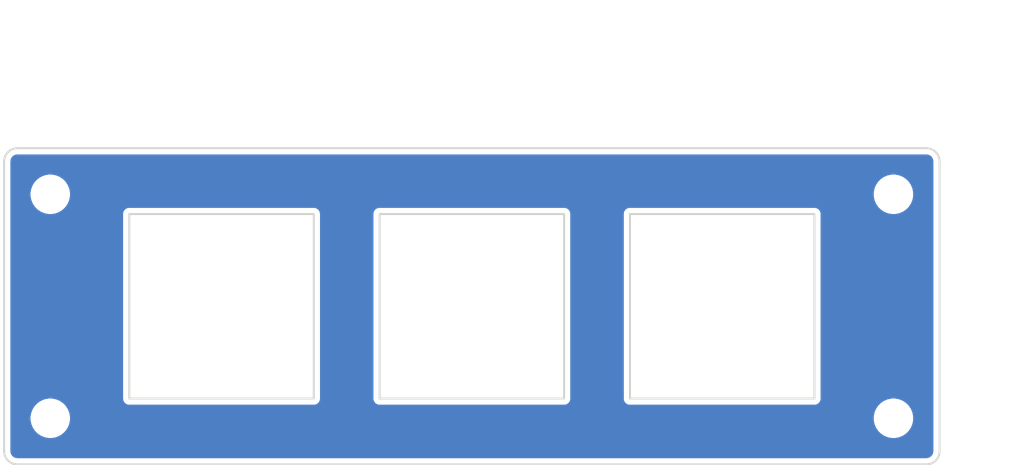
<source format=kicad_pcb>
(kicad_pcb (version 20171130) (host pcbnew "(5.1.0)-1")

  (general
    (thickness 1.6)
    (drawings 40)
    (tracks 0)
    (zones 0)
    (modules 4)
    (nets 1)
  )

  (page A4)
  (layers
    (0 F.Cu signal)
    (31 B.Cu signal)
    (32 B.Adhes user)
    (33 F.Adhes user)
    (34 B.Paste user)
    (35 F.Paste user)
    (36 B.SilkS user)
    (37 F.SilkS user)
    (38 B.Mask user)
    (39 F.Mask user)
    (40 Dwgs.User user)
    (41 Cmts.User user)
    (42 Eco1.User user)
    (43 Eco2.User user)
    (44 Edge.Cuts user)
    (45 Margin user)
    (46 B.CrtYd user)
    (47 F.CrtYd user)
    (48 B.Fab user)
    (49 F.Fab user)
  )

  (setup
    (last_trace_width 0.3)
    (user_trace_width 0.6)
    (user_trace_width 1)
    (trace_clearance 0.2)
    (zone_clearance 0.4)
    (zone_45_only no)
    (trace_min 0.2)
    (via_size 1)
    (via_drill 0.6)
    (via_min_size 0.4)
    (via_min_drill 0.3)
    (user_via 0.8 0.6)
    (user_via 1.2 0.8)
    (uvia_size 0.3)
    (uvia_drill 0.1)
    (uvias_allowed no)
    (uvia_min_size 0.2)
    (uvia_min_drill 0.1)
    (edge_width 0.15)
    (segment_width 0.2)
    (pcb_text_width 0.15)
    (pcb_text_size 1 1)
    (mod_edge_width 0.15)
    (mod_text_size 1 1)
    (mod_text_width 0.15)
    (pad_size 1.524 1.524)
    (pad_drill 0.762)
    (pad_to_mask_clearance 0.2)
    (solder_mask_min_width 0.25)
    (aux_axis_origin 33.5 38)
    (grid_origin 101 50)
    (visible_elements 7FFDFFFF)
    (pcbplotparams
      (layerselection 0x01100_7ffffffe)
      (usegerberextensions false)
      (usegerberattributes false)
      (usegerberadvancedattributes false)
      (creategerberjobfile false)
      (excludeedgelayer true)
      (linewidth 0.100000)
      (plotframeref false)
      (viasonmask false)
      (mode 1)
      (useauxorigin true)
      (hpglpennumber 1)
      (hpglpenspeed 20)
      (hpglpendiameter 15.000000)
      (psnegative false)
      (psa4output false)
      (plotreference true)
      (plotvalue true)
      (plotinvisibletext false)
      (padsonsilk false)
      (subtractmaskfromsilk false)
      (outputformat 3)
      (mirror false)
      (drillshape 0)
      (scaleselection 1)
      (outputdirectory "dxf/"))
  )

  (net 0 "")

  (net_class Default "これはデフォルトのネット クラスです。"
    (clearance 0.2)
    (trace_width 0.3)
    (via_dia 1)
    (via_drill 0.6)
    (uvia_dia 0.3)
    (uvia_drill 0.1)
  )

  (module Mounting_Holes:MountingHole_2.2mm_M2 (layer F.Cu) (tedit 56D1B4CB) (tstamp 5D5E11B3)
    (at 101 41.5)
    (descr "Mounting Hole 2.2mm, no annular, M2")
    (tags "mounting hole 2.2mm no annular m2")
    (attr virtual)
    (fp_text reference REF** (at 0 -3.2) (layer F.SilkS) hide
      (effects (font (size 1 1) (thickness 0.15)))
    )
    (fp_text value MountingHole_2.2mm_M2 (at 0 3.2) (layer F.Fab)
      (effects (font (size 1 1) (thickness 0.15)))
    )
    (fp_circle (center 0 0) (end 2.45 0) (layer F.CrtYd) (width 0.05))
    (fp_circle (center 0 0) (end 2.2 0) (layer Cmts.User) (width 0.15))
    (fp_text user %R (at 0.3 0) (layer F.Fab)
      (effects (font (size 1 1) (thickness 0.15)))
    )
    (pad 1 np_thru_hole circle (at 0 0) (size 2.2 2.2) (drill 2.2) (layers *.Cu *.Mask))
  )

  (module Mounting_Holes:MountingHole_2.2mm_M2 (layer F.Cu) (tedit 56D1B4CB) (tstamp 5D5E11A5)
    (at 101 58.5)
    (descr "Mounting Hole 2.2mm, no annular, M2")
    (tags "mounting hole 2.2mm no annular m2")
    (attr virtual)
    (fp_text reference REF** (at 0 -3.2) (layer F.SilkS) hide
      (effects (font (size 1 1) (thickness 0.15)))
    )
    (fp_text value MountingHole_2.2mm_M2 (at 0 3.2) (layer F.Fab)
      (effects (font (size 1 1) (thickness 0.15)))
    )
    (fp_text user %R (at 0.3 0) (layer F.Fab)
      (effects (font (size 1 1) (thickness 0.15)))
    )
    (fp_circle (center 0 0) (end 2.2 0) (layer Cmts.User) (width 0.15))
    (fp_circle (center 0 0) (end 2.45 0) (layer F.CrtYd) (width 0.05))
    (pad 1 np_thru_hole circle (at 0 0) (size 2.2 2.2) (drill 2.2) (layers *.Cu *.Mask))
  )

  (module Mounting_Holes:MountingHole_2.2mm_M2 (layer F.Cu) (tedit 56D1B4CB) (tstamp 5D5E1197)
    (at 37 58.5)
    (descr "Mounting Hole 2.2mm, no annular, M2")
    (tags "mounting hole 2.2mm no annular m2")
    (attr virtual)
    (fp_text reference REF** (at 0 -3.2) (layer F.SilkS) hide
      (effects (font (size 1 1) (thickness 0.15)))
    )
    (fp_text value MountingHole_2.2mm_M2 (at 0 3.2) (layer F.Fab)
      (effects (font (size 1 1) (thickness 0.15)))
    )
    (fp_circle (center 0 0) (end 2.45 0) (layer F.CrtYd) (width 0.05))
    (fp_circle (center 0 0) (end 2.2 0) (layer Cmts.User) (width 0.15))
    (fp_text user %R (at 0.3 0) (layer F.Fab)
      (effects (font (size 1 1) (thickness 0.15)))
    )
    (pad 1 np_thru_hole circle (at 0 0) (size 2.2 2.2) (drill 2.2) (layers *.Cu *.Mask))
  )

  (module Mounting_Holes:MountingHole_2.2mm_M2 (layer F.Cu) (tedit 56D1B4CB) (tstamp 5D5E1176)
    (at 37 41.5)
    (descr "Mounting Hole 2.2mm, no annular, M2")
    (tags "mounting hole 2.2mm no annular m2")
    (attr virtual)
    (fp_text reference REF** (at 0 -3.2) (layer F.SilkS) hide
      (effects (font (size 1 1) (thickness 0.15)))
    )
    (fp_text value MountingHole_2.2mm_M2 (at 0 3.2) (layer F.Fab)
      (effects (font (size 1 1) (thickness 0.15)))
    )
    (fp_text user %R (at 0.3 0) (layer F.Fab)
      (effects (font (size 1 1) (thickness 0.15)))
    )
    (fp_circle (center 0 0) (end 2.2 0) (layer Cmts.User) (width 0.15))
    (fp_circle (center 0 0) (end 2.45 0) (layer F.CrtYd) (width 0.05))
    (pad 1 np_thru_hole circle (at 0 0) (size 2.2 2.2) (drill 2.2) (layers *.Cu *.Mask))
  )

  (gr_poly (pts (xy 37.65 52.9) (xy 38.35 52.9) (xy 38.35 47.1) (xy 37.65 47.1)) (layer B.Mask) (width 0.1) (tstamp 5D5E173B))
  (gr_poly (pts (xy 35.65 52.9) (xy 36.35 52.9) (xy 36.35 47.1) (xy 35.65 47.1)) (layer B.Mask) (width 0.1) (tstamp 5D5E173A))
  (gr_poly (pts (xy 36.85 52.2) (xy 37.15 52.2) (xy 37.15 47.8) (xy 36.85 47.8)) (layer B.Mask) (width 0.1) (tstamp 5D5E1739))
  (gr_poly (pts (xy 101.65 47.1) (xy 102.35 47.1) (xy 102.35 52.9) (xy 101.65 52.9)) (layer F.Mask) (width 0.1))
  (gr_poly (pts (xy 99.65 47.1) (xy 100.35 47.1) (xy 100.35 52.9) (xy 99.65 52.9)) (layer F.Mask) (width 0.1))
  (gr_poly (pts (xy 100.85 47.8) (xy 101.15 47.8) (xy 101.15 52.2) (xy 100.85 52.2)) (layer F.Mask) (width 0.1))
  (gr_arc (start 34.5 61) (end 33.5 61) (angle -90) (layer Edge.Cuts) (width 0.15))
  (gr_arc (start 103.5 61) (end 103.5 62) (angle -90) (layer Edge.Cuts) (width 0.15))
  (gr_arc (start 103.5 39) (end 104.5 39) (angle -90) (layer Edge.Cuts) (width 0.15))
  (gr_arc (start 34.5 39) (end 34.5 38) (angle -90) (layer Edge.Cuts) (width 0.15))
  (gr_line (start 33.5 61) (end 33.5 39) (layer Edge.Cuts) (width 0.15))
  (gr_line (start 103.5 62) (end 34.5 62) (layer Edge.Cuts) (width 0.15))
  (gr_line (start 104.5 39) (end 104.5 61) (layer Edge.Cuts) (width 0.15))
  (gr_line (start 34.5 38) (end 103.5 38) (layer Edge.Cuts) (width 0.15))
  (gr_line (start 81 57) (end 81 43) (layer Edge.Cuts) (width 0.15) (tstamp 5D5E0E36))
  (gr_line (start 81 43) (end 95 43) (layer Edge.Cuts) (width 0.15) (tstamp 5D5E0E35))
  (gr_line (start 95 57) (end 81 57) (layer Edge.Cuts) (width 0.15) (tstamp 5D5E0E34))
  (gr_line (start 95 43) (end 95 57) (layer Edge.Cuts) (width 0.15) (tstamp 5D5E0E33))
  (gr_line (start 62 43) (end 76 43) (layer Edge.Cuts) (width 0.15) (tstamp 5D5E0E2A))
  (gr_line (start 62 57) (end 62 43) (layer Edge.Cuts) (width 0.15) (tstamp 5D5E0E29))
  (gr_line (start 76 57) (end 62 57) (layer Edge.Cuts) (width 0.15) (tstamp 5D5E0E28))
  (gr_line (start 76 43) (end 76 57) (layer Edge.Cuts) (width 0.15) (tstamp 5D5E0E27))
  (gr_line (start 43 57) (end 43 43) (layer Edge.Cuts) (width 0.15) (tstamp 5D5E0E12))
  (gr_line (start 57 57) (end 43 57) (layer Edge.Cuts) (width 0.15))
  (gr_line (start 57 43) (end 57 57) (layer Edge.Cuts) (width 0.15))
  (gr_line (start 43 43) (end 57 43) (layer Edge.Cuts) (width 0.15))
  (gr_circle (center 81.5 55.5) (end 81.5 57) (layer Dwgs.User) (width 0.15))
  (gr_circle (center 71.5 55.5) (end 71.5 57) (layer Dwgs.User) (width 0.15))
  (dimension 24 (width 0.15) (layer Cmts.User)
    (gr_text "24.000 mm" (at 109.55 50 270) (layer Cmts.User)
      (effects (font (size 1 1) (thickness 0.15)))
    )
    (feature1 (pts (xy 104.5 62) (xy 108.836421 62)))
    (feature2 (pts (xy 104.5 38) (xy 108.836421 38)))
    (crossbar (pts (xy 108.25 38) (xy 108.25 62)))
    (arrow1a (pts (xy 108.25 62) (xy 107.663579 60.873496)))
    (arrow1b (pts (xy 108.25 62) (xy 108.836421 60.873496)))
    (arrow2a (pts (xy 108.25 38) (xy 107.663579 39.126504)))
    (arrow2b (pts (xy 108.25 38) (xy 108.836421 39.126504)))
  )
  (dimension 71 (width 0.15) (layer Cmts.User)
    (gr_text "71.000 mm" (at 69 27.45) (layer Cmts.User)
      (effects (font (size 1 1) (thickness 0.15)))
    )
    (feature1 (pts (xy 104.5 38) (xy 104.5 28.163579)))
    (feature2 (pts (xy 33.5 38) (xy 33.5 28.163579)))
    (crossbar (pts (xy 33.5 28.75) (xy 104.5 28.75)))
    (arrow1a (pts (xy 104.5 28.75) (xy 103.373496 29.336421)))
    (arrow1b (pts (xy 104.5 28.75) (xy 103.373496 28.163579)))
    (arrow2a (pts (xy 33.5 28.75) (xy 34.626504 29.336421)))
    (arrow2b (pts (xy 33.5 28.75) (xy 34.626504 28.163579)))
  )
  (gr_circle (center 101 41.5) (end 102.75 41.5) (layer Dwgs.User) (width 0.15) (tstamp 5D5D7126))
  (gr_circle (center 101 58.5) (end 102.75 58.5) (layer Dwgs.User) (width 0.15) (tstamp 5D5D7121))
  (gr_circle (center 37 58.5) (end 38.75 58.5) (layer Dwgs.User) (width 0.15) (tstamp 5D5D711C))
  (gr_circle (center 37 41.5) (end 38.75 41.5) (layer Dwgs.User) (width 0.15))
  (gr_line (start 33.5 62) (end 33.5 38) (layer Dwgs.User) (width 0.15) (tstamp 5D5D7016))
  (gr_line (start 104.5 62) (end 33.5 62) (layer Dwgs.User) (width 0.15))
  (gr_line (start 104.5 38) (end 104.5 62) (layer Dwgs.User) (width 0.15))
  (gr_line (start 33.5 38) (end 104.5 38) (layer Dwgs.User) (width 0.15))
  (dimension 7 (width 0.15) (layer Cmts.User)
    (gr_text "7.000 mm" (at 101 34.7) (layer Cmts.User)
      (effects (font (size 1 1) (thickness 0.15)))
    )
    (feature1 (pts (xy 104.5 40.5) (xy 104.5 35.413579)))
    (feature2 (pts (xy 97.5 40.5) (xy 97.5 35.413579)))
    (crossbar (pts (xy 97.5 36) (xy 104.5 36)))
    (arrow1a (pts (xy 104.5 36) (xy 103.373496 36.586421)))
    (arrow1b (pts (xy 104.5 36) (xy 103.373496 35.413579)))
    (arrow2a (pts (xy 97.5 36) (xy 98.626504 36.586421)))
    (arrow2b (pts (xy 97.5 36) (xy 98.626504 35.413579)))
  )
  (dimension 7 (width 0.15) (layer Cmts.User)
    (gr_text "7.000 mm" (at 37 33.7) (layer Cmts.User)
      (effects (font (size 1 1) (thickness 0.15)))
    )
    (feature1 (pts (xy 33.5 40.5) (xy 33.5 34.413579)))
    (feature2 (pts (xy 40.5 40.5) (xy 40.5 34.413579)))
    (crossbar (pts (xy 40.5 35) (xy 33.5 35)))
    (arrow1a (pts (xy 33.5 35) (xy 34.626504 34.413579)))
    (arrow1b (pts (xy 33.5 35) (xy 34.626504 35.586421)))
    (arrow2a (pts (xy 40.5 35) (xy 39.373496 34.413579)))
    (arrow2b (pts (xy 40.5 35) (xy 39.373496 35.586421)))
  )

  (zone (net 0) (net_name "") (layer B.Cu) (tstamp 0) (hatch edge 0.508)
    (connect_pads thru_hole_only (clearance 0.4))
    (min_thickness 0.254)
    (fill yes (arc_segments 32) (thermal_gap 0.508) (thermal_bridge_width 0.508))
    (polygon
      (pts
        (xy 33.5 38) (xy 104.5 38) (xy 104.5 62) (xy 33.5 62)
      )
    )
    (filled_polygon
      (pts
        (xy 103.576745 38.612412) (xy 103.650567 38.634701) (xy 103.718651 38.670901) (xy 103.778413 38.719642) (xy 103.827563 38.779054)
        (xy 103.864239 38.846885) (xy 103.887043 38.920554) (xy 103.898 39.024798) (xy 103.898001 60.970546) (xy 103.887588 61.076747)
        (xy 103.865302 61.150562) (xy 103.829098 61.218651) (xy 103.780358 61.278413) (xy 103.720946 61.327563) (xy 103.653115 61.364239)
        (xy 103.579446 61.387043) (xy 103.475202 61.398) (xy 34.529444 61.398) (xy 34.423253 61.387588) (xy 34.349438 61.365302)
        (xy 34.281349 61.329098) (xy 34.221587 61.280358) (xy 34.172437 61.220946) (xy 34.135761 61.153115) (xy 34.112957 61.079446)
        (xy 34.102 60.975202) (xy 34.102 58.339755) (xy 35.373 58.339755) (xy 35.373 58.660245) (xy 35.435525 58.974578)
        (xy 35.558172 59.270673) (xy 35.736227 59.537152) (xy 35.962848 59.763773) (xy 36.229327 59.941828) (xy 36.525422 60.064475)
        (xy 36.839755 60.127) (xy 37.160245 60.127) (xy 37.474578 60.064475) (xy 37.770673 59.941828) (xy 38.037152 59.763773)
        (xy 38.263773 59.537152) (xy 38.441828 59.270673) (xy 38.564475 58.974578) (xy 38.627 58.660245) (xy 38.627 58.339755)
        (xy 99.373 58.339755) (xy 99.373 58.660245) (xy 99.435525 58.974578) (xy 99.558172 59.270673) (xy 99.736227 59.537152)
        (xy 99.962848 59.763773) (xy 100.229327 59.941828) (xy 100.525422 60.064475) (xy 100.839755 60.127) (xy 101.160245 60.127)
        (xy 101.474578 60.064475) (xy 101.770673 59.941828) (xy 102.037152 59.763773) (xy 102.263773 59.537152) (xy 102.441828 59.270673)
        (xy 102.564475 58.974578) (xy 102.627 58.660245) (xy 102.627 58.339755) (xy 102.564475 58.025422) (xy 102.441828 57.729327)
        (xy 102.263773 57.462848) (xy 102.037152 57.236227) (xy 101.770673 57.058172) (xy 101.474578 56.935525) (xy 101.160245 56.873)
        (xy 100.839755 56.873) (xy 100.525422 56.935525) (xy 100.229327 57.058172) (xy 99.962848 57.236227) (xy 99.736227 57.462848)
        (xy 99.558172 57.729327) (xy 99.435525 58.025422) (xy 99.373 58.339755) (xy 38.627 58.339755) (xy 38.564475 58.025422)
        (xy 38.441828 57.729327) (xy 38.263773 57.462848) (xy 38.037152 57.236227) (xy 37.770673 57.058172) (xy 37.474578 56.935525)
        (xy 37.160245 56.873) (xy 36.839755 56.873) (xy 36.525422 56.935525) (xy 36.229327 57.058172) (xy 35.962848 57.236227)
        (xy 35.736227 57.462848) (xy 35.558172 57.729327) (xy 35.435525 58.025422) (xy 35.373 58.339755) (xy 34.102 58.339755)
        (xy 34.102 41.339755) (xy 35.373 41.339755) (xy 35.373 41.660245) (xy 35.435525 41.974578) (xy 35.558172 42.270673)
        (xy 35.736227 42.537152) (xy 35.962848 42.763773) (xy 36.229327 42.941828) (xy 36.525422 43.064475) (xy 36.839755 43.127)
        (xy 37.160245 43.127) (xy 37.474578 43.064475) (xy 37.630233 43) (xy 42.395088 43) (xy 42.398001 43.029577)
        (xy 42.398 56.970433) (xy 42.395088 57) (xy 42.406711 57.118012) (xy 42.441134 57.23149) (xy 42.497034 57.336071)
        (xy 42.572263 57.427737) (xy 42.663929 57.502966) (xy 42.76851 57.558866) (xy 42.881988 57.593289) (xy 43 57.604912)
        (xy 43.029566 57.602) (xy 56.970434 57.602) (xy 57 57.604912) (xy 57.029566 57.602) (xy 57.118012 57.593289)
        (xy 57.23149 57.558866) (xy 57.336071 57.502966) (xy 57.427737 57.427737) (xy 57.502966 57.336071) (xy 57.558866 57.23149)
        (xy 57.593289 57.118012) (xy 57.604912 57) (xy 57.602 56.970434) (xy 57.602 43.029566) (xy 57.604912 43)
        (xy 61.395088 43) (xy 61.398001 43.029577) (xy 61.398 56.970433) (xy 61.395088 57) (xy 61.406711 57.118012)
        (xy 61.441134 57.23149) (xy 61.497034 57.336071) (xy 61.572263 57.427737) (xy 61.663929 57.502966) (xy 61.76851 57.558866)
        (xy 61.881988 57.593289) (xy 62 57.604912) (xy 62.029566 57.602) (xy 75.970434 57.602) (xy 76 57.604912)
        (xy 76.029566 57.602) (xy 76.118012 57.593289) (xy 76.23149 57.558866) (xy 76.336071 57.502966) (xy 76.427737 57.427737)
        (xy 76.502966 57.336071) (xy 76.558866 57.23149) (xy 76.593289 57.118012) (xy 76.604912 57) (xy 76.602 56.970434)
        (xy 76.602 43.029566) (xy 76.604912 43) (xy 80.395088 43) (xy 80.398001 43.029577) (xy 80.398 56.970433)
        (xy 80.395088 57) (xy 80.406711 57.118012) (xy 80.441134 57.23149) (xy 80.497034 57.336071) (xy 80.572263 57.427737)
        (xy 80.663929 57.502966) (xy 80.76851 57.558866) (xy 80.881988 57.593289) (xy 81 57.604912) (xy 81.029566 57.602)
        (xy 94.970434 57.602) (xy 95 57.604912) (xy 95.029566 57.602) (xy 95.118012 57.593289) (xy 95.23149 57.558866)
        (xy 95.336071 57.502966) (xy 95.427737 57.427737) (xy 95.502966 57.336071) (xy 95.558866 57.23149) (xy 95.593289 57.118012)
        (xy 95.604912 57) (xy 95.602 56.970434) (xy 95.602 43.029566) (xy 95.604912 43) (xy 95.593289 42.881988)
        (xy 95.558866 42.76851) (xy 95.502966 42.663929) (xy 95.427737 42.572263) (xy 95.336071 42.497034) (xy 95.23149 42.441134)
        (xy 95.118012 42.406711) (xy 95.029566 42.398) (xy 95 42.395088) (xy 94.970434 42.398) (xy 81.029566 42.398)
        (xy 81 42.395088) (xy 80.970434 42.398) (xy 80.881988 42.406711) (xy 80.76851 42.441134) (xy 80.663929 42.497034)
        (xy 80.572263 42.572263) (xy 80.497034 42.663929) (xy 80.441134 42.76851) (xy 80.406711 42.881988) (xy 80.395088 43)
        (xy 76.604912 43) (xy 76.593289 42.881988) (xy 76.558866 42.76851) (xy 76.502966 42.663929) (xy 76.427737 42.572263)
        (xy 76.336071 42.497034) (xy 76.23149 42.441134) (xy 76.118012 42.406711) (xy 76.029566 42.398) (xy 76 42.395088)
        (xy 75.970434 42.398) (xy 62.029566 42.398) (xy 62 42.395088) (xy 61.970434 42.398) (xy 61.881988 42.406711)
        (xy 61.76851 42.441134) (xy 61.663929 42.497034) (xy 61.572263 42.572263) (xy 61.497034 42.663929) (xy 61.441134 42.76851)
        (xy 61.406711 42.881988) (xy 61.395088 43) (xy 57.604912 43) (xy 57.593289 42.881988) (xy 57.558866 42.76851)
        (xy 57.502966 42.663929) (xy 57.427737 42.572263) (xy 57.336071 42.497034) (xy 57.23149 42.441134) (xy 57.118012 42.406711)
        (xy 57.029566 42.398) (xy 57 42.395088) (xy 56.970434 42.398) (xy 43.029566 42.398) (xy 43 42.395088)
        (xy 42.970434 42.398) (xy 42.881988 42.406711) (xy 42.76851 42.441134) (xy 42.663929 42.497034) (xy 42.572263 42.572263)
        (xy 42.497034 42.663929) (xy 42.441134 42.76851) (xy 42.406711 42.881988) (xy 42.395088 43) (xy 37.630233 43)
        (xy 37.770673 42.941828) (xy 38.037152 42.763773) (xy 38.263773 42.537152) (xy 38.441828 42.270673) (xy 38.564475 41.974578)
        (xy 38.627 41.660245) (xy 38.627 41.339755) (xy 99.373 41.339755) (xy 99.373 41.660245) (xy 99.435525 41.974578)
        (xy 99.558172 42.270673) (xy 99.736227 42.537152) (xy 99.962848 42.763773) (xy 100.229327 42.941828) (xy 100.525422 43.064475)
        (xy 100.839755 43.127) (xy 101.160245 43.127) (xy 101.474578 43.064475) (xy 101.770673 42.941828) (xy 102.037152 42.763773)
        (xy 102.263773 42.537152) (xy 102.441828 42.270673) (xy 102.564475 41.974578) (xy 102.627 41.660245) (xy 102.627 41.339755)
        (xy 102.564475 41.025422) (xy 102.441828 40.729327) (xy 102.263773 40.462848) (xy 102.037152 40.236227) (xy 101.770673 40.058172)
        (xy 101.474578 39.935525) (xy 101.160245 39.873) (xy 100.839755 39.873) (xy 100.525422 39.935525) (xy 100.229327 40.058172)
        (xy 99.962848 40.236227) (xy 99.736227 40.462848) (xy 99.558172 40.729327) (xy 99.435525 41.025422) (xy 99.373 41.339755)
        (xy 38.627 41.339755) (xy 38.564475 41.025422) (xy 38.441828 40.729327) (xy 38.263773 40.462848) (xy 38.037152 40.236227)
        (xy 37.770673 40.058172) (xy 37.474578 39.935525) (xy 37.160245 39.873) (xy 36.839755 39.873) (xy 36.525422 39.935525)
        (xy 36.229327 40.058172) (xy 35.962848 40.236227) (xy 35.736227 40.462848) (xy 35.558172 40.729327) (xy 35.435525 41.025422)
        (xy 35.373 41.339755) (xy 34.102 41.339755) (xy 34.102 39.029444) (xy 34.112412 38.923255) (xy 34.134701 38.849433)
        (xy 34.170901 38.781349) (xy 34.219642 38.721587) (xy 34.279054 38.672437) (xy 34.346885 38.635761) (xy 34.420554 38.612957)
        (xy 34.524798 38.602) (xy 103.470556 38.602)
      )
    )
  )
  (zone (net 0) (net_name "") (layer B.Cu) (tstamp 5D5E5473) (hatch edge 0.508)
    (connect_pads (clearance 0.4))
    (min_thickness 0.254)
    (fill yes (arc_segments 32) (thermal_gap 0.4) (thermal_bridge_width 0.3))
    (polygon
      (pts
        (xy 33.5 38) (xy 104.5 38) (xy 104.5 62) (xy 33.5 62)
      )
    )
    (filled_polygon
      (pts
        (xy 103.576745 38.612412) (xy 103.650567 38.634701) (xy 103.718651 38.670901) (xy 103.778413 38.719642) (xy 103.827563 38.779054)
        (xy 103.864239 38.846885) (xy 103.887043 38.920554) (xy 103.898 39.024798) (xy 103.898001 60.970546) (xy 103.887588 61.076747)
        (xy 103.865302 61.150562) (xy 103.829098 61.218651) (xy 103.780358 61.278413) (xy 103.720946 61.327563) (xy 103.653115 61.364239)
        (xy 103.579446 61.387043) (xy 103.475202 61.398) (xy 34.529444 61.398) (xy 34.423253 61.387588) (xy 34.349438 61.365302)
        (xy 34.281349 61.329098) (xy 34.221587 61.280358) (xy 34.172437 61.220946) (xy 34.135761 61.153115) (xy 34.112957 61.079446)
        (xy 34.102 60.975202) (xy 34.102 58.339755) (xy 35.373 58.339755) (xy 35.373 58.660245) (xy 35.435525 58.974578)
        (xy 35.558172 59.270673) (xy 35.736227 59.537152) (xy 35.962848 59.763773) (xy 36.229327 59.941828) (xy 36.525422 60.064475)
        (xy 36.839755 60.127) (xy 37.160245 60.127) (xy 37.474578 60.064475) (xy 37.770673 59.941828) (xy 38.037152 59.763773)
        (xy 38.263773 59.537152) (xy 38.441828 59.270673) (xy 38.564475 58.974578) (xy 38.627 58.660245) (xy 38.627 58.339755)
        (xy 99.373 58.339755) (xy 99.373 58.660245) (xy 99.435525 58.974578) (xy 99.558172 59.270673) (xy 99.736227 59.537152)
        (xy 99.962848 59.763773) (xy 100.229327 59.941828) (xy 100.525422 60.064475) (xy 100.839755 60.127) (xy 101.160245 60.127)
        (xy 101.474578 60.064475) (xy 101.770673 59.941828) (xy 102.037152 59.763773) (xy 102.263773 59.537152) (xy 102.441828 59.270673)
        (xy 102.564475 58.974578) (xy 102.627 58.660245) (xy 102.627 58.339755) (xy 102.564475 58.025422) (xy 102.441828 57.729327)
        (xy 102.263773 57.462848) (xy 102.037152 57.236227) (xy 101.770673 57.058172) (xy 101.474578 56.935525) (xy 101.160245 56.873)
        (xy 100.839755 56.873) (xy 100.525422 56.935525) (xy 100.229327 57.058172) (xy 99.962848 57.236227) (xy 99.736227 57.462848)
        (xy 99.558172 57.729327) (xy 99.435525 58.025422) (xy 99.373 58.339755) (xy 38.627 58.339755) (xy 38.564475 58.025422)
        (xy 38.441828 57.729327) (xy 38.263773 57.462848) (xy 38.037152 57.236227) (xy 37.770673 57.058172) (xy 37.474578 56.935525)
        (xy 37.160245 56.873) (xy 36.839755 56.873) (xy 36.525422 56.935525) (xy 36.229327 57.058172) (xy 35.962848 57.236227)
        (xy 35.736227 57.462848) (xy 35.558172 57.729327) (xy 35.435525 58.025422) (xy 35.373 58.339755) (xy 34.102 58.339755)
        (xy 34.102 41.339755) (xy 35.373 41.339755) (xy 35.373 41.660245) (xy 35.435525 41.974578) (xy 35.558172 42.270673)
        (xy 35.736227 42.537152) (xy 35.962848 42.763773) (xy 36.229327 42.941828) (xy 36.525422 43.064475) (xy 36.839755 43.127)
        (xy 37.160245 43.127) (xy 37.474578 43.064475) (xy 37.630233 43) (xy 42.395088 43) (xy 42.398001 43.029577)
        (xy 42.398 56.970433) (xy 42.395088 57) (xy 42.406711 57.118012) (xy 42.441134 57.23149) (xy 42.497034 57.336071)
        (xy 42.572263 57.427737) (xy 42.663929 57.502966) (xy 42.76851 57.558866) (xy 42.881988 57.593289) (xy 43 57.604912)
        (xy 43.029566 57.602) (xy 56.970434 57.602) (xy 57 57.604912) (xy 57.029566 57.602) (xy 57.118012 57.593289)
        (xy 57.23149 57.558866) (xy 57.336071 57.502966) (xy 57.427737 57.427737) (xy 57.502966 57.336071) (xy 57.558866 57.23149)
        (xy 57.593289 57.118012) (xy 57.604912 57) (xy 57.602 56.970434) (xy 57.602 43.029566) (xy 57.604912 43)
        (xy 61.395088 43) (xy 61.398001 43.029577) (xy 61.398 56.970433) (xy 61.395088 57) (xy 61.406711 57.118012)
        (xy 61.441134 57.23149) (xy 61.497034 57.336071) (xy 61.572263 57.427737) (xy 61.663929 57.502966) (xy 61.76851 57.558866)
        (xy 61.881988 57.593289) (xy 62 57.604912) (xy 62.029566 57.602) (xy 75.970434 57.602) (xy 76 57.604912)
        (xy 76.029566 57.602) (xy 76.118012 57.593289) (xy 76.23149 57.558866) (xy 76.336071 57.502966) (xy 76.427737 57.427737)
        (xy 76.502966 57.336071) (xy 76.558866 57.23149) (xy 76.593289 57.118012) (xy 76.604912 57) (xy 76.602 56.970434)
        (xy 76.602 43.029566) (xy 76.604912 43) (xy 80.395088 43) (xy 80.398001 43.029577) (xy 80.398 56.970433)
        (xy 80.395088 57) (xy 80.406711 57.118012) (xy 80.441134 57.23149) (xy 80.497034 57.336071) (xy 80.572263 57.427737)
        (xy 80.663929 57.502966) (xy 80.76851 57.558866) (xy 80.881988 57.593289) (xy 81 57.604912) (xy 81.029566 57.602)
        (xy 94.970434 57.602) (xy 95 57.604912) (xy 95.029566 57.602) (xy 95.118012 57.593289) (xy 95.23149 57.558866)
        (xy 95.336071 57.502966) (xy 95.427737 57.427737) (xy 95.502966 57.336071) (xy 95.558866 57.23149) (xy 95.593289 57.118012)
        (xy 95.604912 57) (xy 95.602 56.970434) (xy 95.602 43.029566) (xy 95.604912 43) (xy 95.593289 42.881988)
        (xy 95.558866 42.76851) (xy 95.502966 42.663929) (xy 95.427737 42.572263) (xy 95.336071 42.497034) (xy 95.23149 42.441134)
        (xy 95.118012 42.406711) (xy 95.029566 42.398) (xy 95 42.395088) (xy 94.970434 42.398) (xy 81.029566 42.398)
        (xy 81 42.395088) (xy 80.970434 42.398) (xy 80.881988 42.406711) (xy 80.76851 42.441134) (xy 80.663929 42.497034)
        (xy 80.572263 42.572263) (xy 80.497034 42.663929) (xy 80.441134 42.76851) (xy 80.406711 42.881988) (xy 80.395088 43)
        (xy 76.604912 43) (xy 76.593289 42.881988) (xy 76.558866 42.76851) (xy 76.502966 42.663929) (xy 76.427737 42.572263)
        (xy 76.336071 42.497034) (xy 76.23149 42.441134) (xy 76.118012 42.406711) (xy 76.029566 42.398) (xy 76 42.395088)
        (xy 75.970434 42.398) (xy 62.029566 42.398) (xy 62 42.395088) (xy 61.970434 42.398) (xy 61.881988 42.406711)
        (xy 61.76851 42.441134) (xy 61.663929 42.497034) (xy 61.572263 42.572263) (xy 61.497034 42.663929) (xy 61.441134 42.76851)
        (xy 61.406711 42.881988) (xy 61.395088 43) (xy 57.604912 43) (xy 57.593289 42.881988) (xy 57.558866 42.76851)
        (xy 57.502966 42.663929) (xy 57.427737 42.572263) (xy 57.336071 42.497034) (xy 57.23149 42.441134) (xy 57.118012 42.406711)
        (xy 57.029566 42.398) (xy 57 42.395088) (xy 56.970434 42.398) (xy 43.029566 42.398) (xy 43 42.395088)
        (xy 42.970434 42.398) (xy 42.881988 42.406711) (xy 42.76851 42.441134) (xy 42.663929 42.497034) (xy 42.572263 42.572263)
        (xy 42.497034 42.663929) (xy 42.441134 42.76851) (xy 42.406711 42.881988) (xy 42.395088 43) (xy 37.630233 43)
        (xy 37.770673 42.941828) (xy 38.037152 42.763773) (xy 38.263773 42.537152) (xy 38.441828 42.270673) (xy 38.564475 41.974578)
        (xy 38.627 41.660245) (xy 38.627 41.339755) (xy 99.373 41.339755) (xy 99.373 41.660245) (xy 99.435525 41.974578)
        (xy 99.558172 42.270673) (xy 99.736227 42.537152) (xy 99.962848 42.763773) (xy 100.229327 42.941828) (xy 100.525422 43.064475)
        (xy 100.839755 43.127) (xy 101.160245 43.127) (xy 101.474578 43.064475) (xy 101.770673 42.941828) (xy 102.037152 42.763773)
        (xy 102.263773 42.537152) (xy 102.441828 42.270673) (xy 102.564475 41.974578) (xy 102.627 41.660245) (xy 102.627 41.339755)
        (xy 102.564475 41.025422) (xy 102.441828 40.729327) (xy 102.263773 40.462848) (xy 102.037152 40.236227) (xy 101.770673 40.058172)
        (xy 101.474578 39.935525) (xy 101.160245 39.873) (xy 100.839755 39.873) (xy 100.525422 39.935525) (xy 100.229327 40.058172)
        (xy 99.962848 40.236227) (xy 99.736227 40.462848) (xy 99.558172 40.729327) (xy 99.435525 41.025422) (xy 99.373 41.339755)
        (xy 38.627 41.339755) (xy 38.564475 41.025422) (xy 38.441828 40.729327) (xy 38.263773 40.462848) (xy 38.037152 40.236227)
        (xy 37.770673 40.058172) (xy 37.474578 39.935525) (xy 37.160245 39.873) (xy 36.839755 39.873) (xy 36.525422 39.935525)
        (xy 36.229327 40.058172) (xy 35.962848 40.236227) (xy 35.736227 40.462848) (xy 35.558172 40.729327) (xy 35.435525 41.025422)
        (xy 35.373 41.339755) (xy 34.102 41.339755) (xy 34.102 39.029444) (xy 34.112412 38.923255) (xy 34.134701 38.849433)
        (xy 34.170901 38.781349) (xy 34.219642 38.721587) (xy 34.279054 38.672437) (xy 34.346885 38.635761) (xy 34.420554 38.612957)
        (xy 34.524798 38.602) (xy 103.470556 38.602)
      )
    )
  )
  (zone (net 0) (net_name "") (layers F&B.Cu) (tstamp 0) (hatch edge 0.508)
    (connect_pads thru_hole_only (clearance 0.4))
    (min_thickness 0.254)
    (keepout (tracks not_allowed) (vias not_allowed) (copperpour not_allowed))
    (fill (arc_segments 32) (thermal_gap 0.508) (thermal_bridge_width 0.508))
    (polygon
      (pts
        (xy 43 43) (xy 57 43) (xy 57 57) (xy 43 57)
      )
    )
  )
  (zone (net 0) (net_name "") (layers F&B.Cu) (tstamp 0) (hatch edge 0.508)
    (connect_pads thru_hole_only (clearance 0.4))
    (min_thickness 0.254)
    (keepout (tracks not_allowed) (vias not_allowed) (copperpour not_allowed))
    (fill (arc_segments 32) (thermal_gap 0.508) (thermal_bridge_width 0.508))
    (polygon
      (pts
        (xy 62 43) (xy 76 43) (xy 76 57) (xy 62 57)
      )
    )
  )
  (zone (net 0) (net_name "") (layers F&B.Cu) (tstamp 0) (hatch edge 0.508)
    (connect_pads thru_hole_only (clearance 0.4))
    (min_thickness 0.254)
    (keepout (tracks allowed) (vias allowed) (copperpour not_allowed))
    (fill (arc_segments 32) (thermal_gap 0.508) (thermal_bridge_width 0.508))
    (polygon
      (pts
        (xy 81 43) (xy 95 43) (xy 95 57) (xy 81 57)
      )
    )
  )
)

</source>
